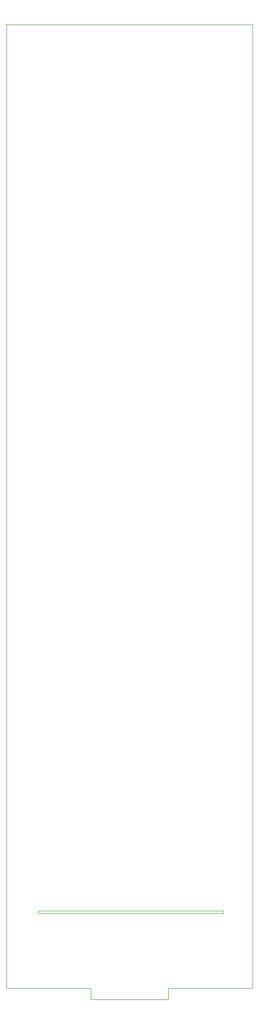
<source format=gm1>
%TF.GenerationSoftware,KiCad,Pcbnew,7.0.2*%
%TF.CreationDate,2023-05-22T14:24:39+07:00*%
%TF.ProjectId,ph_portable_refrigerator_display_hw_v2,70685f70-6f72-4746-9162-6c655f726566,rev?*%
%TF.SameCoordinates,Original*%
%TF.FileFunction,Profile,NP*%
%FSLAX46Y46*%
G04 Gerber Fmt 4.6, Leading zero omitted, Abs format (unit mm)*
G04 Created by KiCad (PCBNEW 7.0.2) date 2023-05-22 14:24:39*
%MOMM*%
%LPD*%
G01*
G04 APERTURE LIST*
%TA.AperFunction,Profile*%
%ADD10C,0.100000*%
%TD*%
G04 APERTURE END LIST*
D10*
X80000000Y-197825000D02*
X64550000Y-197825000D01*
X64550000Y-199850000D01*
X50450000Y-199850000D01*
X50450000Y-199425000D01*
X50450000Y-197825000D01*
X35000000Y-197825000D01*
X35000000Y-22000000D01*
X80000000Y-22000000D01*
X80000000Y-197825000D01*
X40850000Y-183725000D02*
X74650000Y-183725000D01*
X74650000Y-184125000D01*
X40850000Y-184125000D01*
X40850000Y-183725000D01*
M02*

</source>
